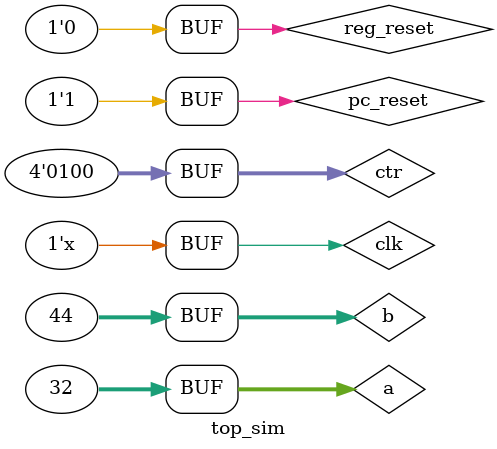
<source format=v>
`timescale 1ns / 1ps
/*
 *=============================================================================
 *    Filename:top_sim.v
 *
 *     Version: 1.0
 *  Created on: July 12, 2016
 *    
 *      Author: corvo
 *=============================================================================
 */
 
  
module top_sim(
    );

    reg clk = 0;
    reg pc_reset = 0;
    reg reg_reset = 0;

    initial begin
        #10 pc_reset = 1;
        #20 pc_reset = 0;
        
        #10 reg_reset = 1;
        #40 begin pc_reset = 0;end
        #50 begin pc_reset = 1;reg_reset = 0; end
        //#990 pc_reset = 1;
       // #1120 pc_reset = 0;

    end
    reg[31:0] a = 32;
    reg[31:0] b = 44;
    reg[3:0] ctr = 4;
    //top_bd u(clk, pc_reset, reg_reset);
    test_db u(a, b, ctr);
    reg[1:0] cnt = 2'b00;
   
    always begin
        if (cnt == 2) begin
            #30 cnt = 0;
            clk = ~clk;
        end else
            #30 cnt = cnt + 1;
        end
    

endmodule

</source>
